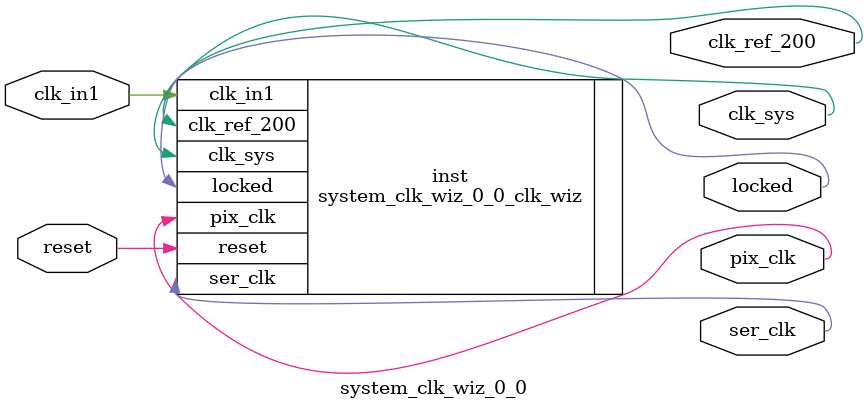
<source format=v>


`timescale 1ps/1ps

(* CORE_GENERATION_INFO = "system_clk_wiz_0_0,clk_wiz_v6_0_15_0_0,{component_name=system_clk_wiz_0_0,use_phase_alignment=true,use_min_o_jitter=false,use_max_i_jitter=false,use_dyn_phase_shift=false,use_inclk_switchover=false,use_dyn_reconfig=false,enable_axi=0,feedback_source=FDBK_AUTO,PRIMITIVE=MMCM,num_out_clk=4,clkin1_period=10.000,clkin2_period=10.000,use_power_down=false,use_reset=true,use_locked=true,use_inclk_stopped=false,feedback_type=SINGLE,CLOCK_MGR_TYPE=NA,manual_override=false}" *)

module system_clk_wiz_0_0 
 (
  // Clock out ports
  output        clk_sys,
  output        pix_clk,
  output        ser_clk,
  output        clk_ref_200,
  // Status and control signals
  input         reset,
  output        locked,
 // Clock in ports
  input         clk_in1
 );

  system_clk_wiz_0_0_clk_wiz inst
  (
  // Clock out ports  
  .clk_sys(clk_sys),
  .pix_clk(pix_clk),
  .ser_clk(ser_clk),
  .clk_ref_200(clk_ref_200),
  // Status and control signals               
  .reset(reset), 
  .locked(locked),
 // Clock in ports
  .clk_in1(clk_in1)
  );

endmodule

</source>
